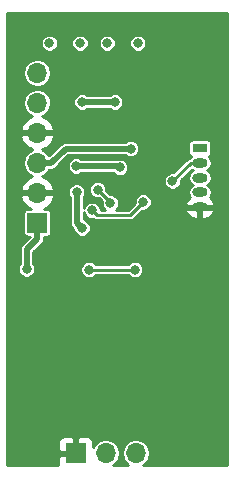
<source format=gbr>
G04 #@! TF.GenerationSoftware,KiCad,Pcbnew,5.0.0-rc2-be01b52~65~ubuntu17.10.1*
G04 #@! TF.CreationDate,2018-07-06T13:28:39-04:00*
G04 #@! TF.ProjectId,pmtcmini-h10770,706D74636D696E692D6831303737302E,rev?*
G04 #@! TF.SameCoordinates,Original*
G04 #@! TF.FileFunction,Copper,L2,Bot,Signal*
G04 #@! TF.FilePolarity,Positive*
%FSLAX46Y46*%
G04 Gerber Fmt 4.6, Leading zero omitted, Abs format (unit mm)*
G04 Created by KiCad (PCBNEW 5.0.0-rc2-be01b52~65~ubuntu17.10.1) date Fri Jul  6 13:28:39 2018*
%MOMM*%
%LPD*%
G01*
G04 APERTURE LIST*
G04 #@! TA.AperFunction,SMDPad,CuDef*
%ADD10O,1.700000X1.700000*%
G04 #@! TD*
G04 #@! TA.AperFunction,SMDPad,CuDef*
%ADD11R,1.700000X1.700000*%
G04 #@! TD*
G04 #@! TA.AperFunction,ComponentPad*
%ADD12O,1.300000X0.800000*%
G04 #@! TD*
G04 #@! TA.AperFunction,ComponentPad*
%ADD13R,1.300000X0.800000*%
G04 #@! TD*
G04 #@! TA.AperFunction,ComponentPad*
%ADD14O,1.700000X1.700000*%
G04 #@! TD*
G04 #@! TA.AperFunction,ComponentPad*
%ADD15R,1.700000X1.700000*%
G04 #@! TD*
G04 #@! TA.AperFunction,ViaPad*
%ADD16C,0.800000*%
G04 #@! TD*
G04 #@! TA.AperFunction,Conductor*
%ADD17C,0.500000*%
G04 #@! TD*
G04 #@! TA.AperFunction,Conductor*
%ADD18C,0.250000*%
G04 #@! TD*
G04 #@! TA.AperFunction,Conductor*
%ADD19C,0.254000*%
G04 #@! TD*
G04 APERTURE END LIST*
D10*
G04 #@! TO.P,J4,4*
G04 #@! TO.N,GND*
X127680000Y-64156000D03*
G04 #@! TO.P,J4,5*
G04 #@! TO.N,Net-(J4-Pad5)*
X127680000Y-61616000D03*
G04 #@! TO.P,J4,2*
G04 #@! TO.N,GND*
X127680000Y-69236000D03*
D11*
G04 #@! TO.P,J4,1*
G04 #@! TO.N,VBUS*
X127680000Y-71776000D03*
D10*
G04 #@! TO.P,J4,3*
G04 #@! TO.N,/V+*
X127680000Y-66696000D03*
G04 #@! TO.P,J4,6*
G04 #@! TO.N,Net-(J4-Pad6)*
X127680000Y-59076000D03*
G04 #@! TD*
D12*
G04 #@! TO.P,J2,5*
G04 #@! TO.N,GND*
X141450000Y-70450000D03*
G04 #@! TO.P,J2,4*
G04 #@! TO.N,/RESET*
X141450000Y-69200000D03*
G04 #@! TO.P,J2,3*
G04 #@! TO.N,/SWCLK*
X141450000Y-67950000D03*
G04 #@! TO.P,J2,2*
G04 #@! TO.N,/SWDIO*
X141450000Y-66700000D03*
D13*
G04 #@! TO.P,J2,1*
G04 #@! TO.N,+3V3*
X141450000Y-65450000D03*
G04 #@! TD*
D14*
G04 #@! TO.P,J1,3*
G04 #@! TO.N,/PMT_VDD*
X136030000Y-91300000D03*
G04 #@! TO.P,J1,2*
G04 #@! TO.N,Net-(C11-Pad1)*
X133490000Y-91300000D03*
D15*
G04 #@! TO.P,J1,1*
G04 #@! TO.N,GND*
X130950000Y-91300000D03*
G04 #@! TD*
D16*
G04 #@! TO.N,*
X128700000Y-56575000D03*
X131300000Y-56575000D03*
X133600000Y-56575000D03*
X136200000Y-56575000D03*
G04 #@! TO.N,+3V3*
X131475000Y-61550000D03*
X134250000Y-61550000D03*
G04 #@! TO.N,Net-(R4-Pad1)*
X133875000Y-70089597D03*
X132800000Y-68975000D03*
G04 #@! TO.N,+3V3*
X131475000Y-72225000D03*
X131025000Y-69175000D03*
X130975000Y-66975000D03*
X134675000Y-67100000D03*
G04 #@! TO.N,GND*
X140900000Y-88600000D03*
X143050000Y-55350000D03*
X130900000Y-87300000D03*
X139300000Y-70650000D03*
X129600000Y-63700000D03*
X135900000Y-63650000D03*
X130100000Y-59950000D03*
X129400000Y-76325000D03*
X142150000Y-63275000D03*
X135350000Y-85450000D03*
X136550000Y-79200000D03*
X130200000Y-85775000D03*
G04 #@! TO.N,/SWDIO*
X139125000Y-68250000D03*
G04 #@! TO.N,/RESET*
X132325000Y-70725000D03*
X136650000Y-70025000D03*
G04 #@! TO.N,/PMT_EN*
X132050000Y-75750000D03*
X135950000Y-75750000D03*
G04 #@! TO.N,GND*
X126225000Y-70275000D03*
X137400000Y-62475000D03*
X133425000Y-72050000D03*
G04 #@! TO.N,VBUS*
X126775000Y-75710000D03*
G04 #@! TO.N,Net-(J4-Pad6)*
X127680000Y-59076000D03*
G04 #@! TO.N,/V+*
X135600000Y-65500000D03*
G04 #@! TO.N,Net-(J4-Pad5)*
X127680000Y-61616000D03*
G04 #@! TD*
D17*
G04 #@! TO.N,*
X131475000Y-61550000D02*
X134250000Y-61550000D01*
D18*
G04 #@! TO.N,Net-(R4-Pad1)*
X133875000Y-70089597D02*
X133875000Y-70050000D01*
X133875000Y-70050000D02*
X132800000Y-68975000D01*
D17*
G04 #@! TO.N,+3V3*
X134550000Y-66975000D02*
X134675000Y-67100000D01*
X130975000Y-66975000D02*
X134550000Y-66975000D01*
X131025000Y-71775000D02*
X131475000Y-72225000D01*
X131025000Y-69175000D02*
X131025000Y-71775000D01*
D18*
G04 #@! TO.N,/SWDIO*
X140750000Y-66700000D02*
X141450000Y-66700000D01*
X140675000Y-66700000D02*
X140750000Y-66700000D01*
X139125000Y-68250000D02*
X140675000Y-66700000D01*
G04 #@! TO.N,/RESET*
X141450000Y-69200000D02*
X141200000Y-69200000D01*
X135550001Y-71124999D02*
X136650000Y-70025000D01*
X132325000Y-70725000D02*
X132724999Y-71124999D01*
X132724999Y-71124999D02*
X135550001Y-71124999D01*
G04 #@! TO.N,/PMT_EN*
X132050000Y-75750000D02*
X135950000Y-75750000D01*
D17*
G04 #@! TO.N,VBUS*
X127680000Y-73126000D02*
X126775000Y-74031000D01*
X127680000Y-71776000D02*
X127680000Y-73126000D01*
X126775000Y-74031000D02*
X126775000Y-75710000D01*
G04 #@! TO.N,/V+*
X128882081Y-66696000D02*
X130078081Y-65500000D01*
X127680000Y-66696000D02*
X128882081Y-66696000D01*
X130078081Y-65500000D02*
X135600000Y-65500000D01*
G04 #@! TD*
D19*
G04 #@! TO.N,GND*
G36*
X143748001Y-92298000D02*
X136654930Y-92298000D01*
X136878569Y-92148569D01*
X137138709Y-91759242D01*
X137230058Y-91300000D01*
X137138709Y-90840758D01*
X136878569Y-90451431D01*
X136489242Y-90191291D01*
X136145920Y-90123000D01*
X135914080Y-90123000D01*
X135570758Y-90191291D01*
X135181431Y-90451431D01*
X134921291Y-90840758D01*
X134829942Y-91300000D01*
X134921291Y-91759242D01*
X135181431Y-92148569D01*
X135405070Y-92298000D01*
X134114930Y-92298000D01*
X134338569Y-92148569D01*
X134598709Y-91759242D01*
X134690058Y-91300000D01*
X134598709Y-90840758D01*
X134338569Y-90451431D01*
X133949242Y-90191291D01*
X133605920Y-90123000D01*
X133374080Y-90123000D01*
X133030758Y-90191291D01*
X132641431Y-90451431D01*
X132435000Y-90760377D01*
X132435000Y-90323691D01*
X132338327Y-90090302D01*
X132159699Y-89911673D01*
X131926310Y-89815000D01*
X131235750Y-89815000D01*
X131077000Y-89973750D01*
X131077000Y-91173000D01*
X131097000Y-91173000D01*
X131097000Y-91427000D01*
X131077000Y-91427000D01*
X131077000Y-91447000D01*
X130823000Y-91447000D01*
X130823000Y-91427000D01*
X129623750Y-91427000D01*
X129465000Y-91585750D01*
X129465000Y-92276309D01*
X129473985Y-92298000D01*
X125127000Y-92298000D01*
X125127000Y-90323691D01*
X129465000Y-90323691D01*
X129465000Y-91014250D01*
X129623750Y-91173000D01*
X130823000Y-91173000D01*
X130823000Y-89973750D01*
X130664250Y-89815000D01*
X129973690Y-89815000D01*
X129740301Y-89911673D01*
X129561673Y-90090302D01*
X129465000Y-90323691D01*
X125127000Y-90323691D01*
X125127000Y-75565391D01*
X126048000Y-75565391D01*
X126048000Y-75854609D01*
X126158679Y-76121813D01*
X126363187Y-76326321D01*
X126630391Y-76437000D01*
X126919609Y-76437000D01*
X127186813Y-76326321D01*
X127391321Y-76121813D01*
X127502000Y-75854609D01*
X127502000Y-75605391D01*
X131323000Y-75605391D01*
X131323000Y-75894609D01*
X131433679Y-76161813D01*
X131638187Y-76366321D01*
X131905391Y-76477000D01*
X132194609Y-76477000D01*
X132461813Y-76366321D01*
X132626134Y-76202000D01*
X135373866Y-76202000D01*
X135538187Y-76366321D01*
X135805391Y-76477000D01*
X136094609Y-76477000D01*
X136361813Y-76366321D01*
X136566321Y-76161813D01*
X136677000Y-75894609D01*
X136677000Y-75605391D01*
X136566321Y-75338187D01*
X136361813Y-75133679D01*
X136094609Y-75023000D01*
X135805391Y-75023000D01*
X135538187Y-75133679D01*
X135373866Y-75298000D01*
X132626134Y-75298000D01*
X132461813Y-75133679D01*
X132194609Y-75023000D01*
X131905391Y-75023000D01*
X131638187Y-75133679D01*
X131433679Y-75338187D01*
X131323000Y-75605391D01*
X127502000Y-75605391D01*
X127502000Y-75565391D01*
X127391321Y-75298187D01*
X127352000Y-75258866D01*
X127352000Y-74270000D01*
X128047815Y-73574186D01*
X128095994Y-73541994D01*
X128223522Y-73351134D01*
X128257000Y-73182829D01*
X128268304Y-73126001D01*
X128257000Y-73069173D01*
X128257000Y-72959406D01*
X128530000Y-72959406D01*
X128657589Y-72934027D01*
X128765754Y-72861754D01*
X128838027Y-72753589D01*
X128863406Y-72626000D01*
X128863406Y-70926000D01*
X128838027Y-70798411D01*
X128765754Y-70690246D01*
X128657589Y-70617973D01*
X128530000Y-70592594D01*
X128217657Y-70592594D01*
X128561358Y-70431183D01*
X128951645Y-70002924D01*
X129121476Y-69592890D01*
X129000155Y-69363000D01*
X127807000Y-69363000D01*
X127807000Y-69383000D01*
X127553000Y-69383000D01*
X127553000Y-69363000D01*
X126359845Y-69363000D01*
X126238524Y-69592890D01*
X126408355Y-70002924D01*
X126798642Y-70431183D01*
X127142343Y-70592594D01*
X126830000Y-70592594D01*
X126702411Y-70617973D01*
X126594246Y-70690246D01*
X126521973Y-70798411D01*
X126496594Y-70926000D01*
X126496594Y-72626000D01*
X126521973Y-72753589D01*
X126594246Y-72861754D01*
X126702411Y-72934027D01*
X126830000Y-72959406D01*
X127030593Y-72959406D01*
X126407188Y-73582812D01*
X126359006Y-73615006D01*
X126231478Y-73805867D01*
X126198000Y-73974171D01*
X126186696Y-74031000D01*
X126198000Y-74087828D01*
X126198001Y-75258865D01*
X126158679Y-75298187D01*
X126048000Y-75565391D01*
X125127000Y-75565391D01*
X125127000Y-64512890D01*
X126238524Y-64512890D01*
X126408355Y-64922924D01*
X126798642Y-65351183D01*
X127277406Y-65576023D01*
X127220758Y-65587291D01*
X126831431Y-65847431D01*
X126571291Y-66236758D01*
X126479942Y-66696000D01*
X126571291Y-67155242D01*
X126831431Y-67544569D01*
X127220758Y-67804709D01*
X127277406Y-67815977D01*
X126798642Y-68040817D01*
X126408355Y-68469076D01*
X126238524Y-68879110D01*
X126359845Y-69109000D01*
X127553000Y-69109000D01*
X127553000Y-69089000D01*
X127807000Y-69089000D01*
X127807000Y-69109000D01*
X129000155Y-69109000D01*
X129041639Y-69030391D01*
X130298000Y-69030391D01*
X130298000Y-69319609D01*
X130408679Y-69586813D01*
X130448000Y-69626134D01*
X130448001Y-71718167D01*
X130436696Y-71775000D01*
X130453044Y-71857183D01*
X130481479Y-72000134D01*
X130609007Y-72190994D01*
X130657186Y-72223186D01*
X130748000Y-72314000D01*
X130748000Y-72369609D01*
X130858679Y-72636813D01*
X131063187Y-72841321D01*
X131330391Y-72952000D01*
X131619609Y-72952000D01*
X131886813Y-72841321D01*
X132091321Y-72636813D01*
X132202000Y-72369609D01*
X132202000Y-72080391D01*
X132091321Y-71813187D01*
X131886813Y-71608679D01*
X131619609Y-71498000D01*
X131602000Y-71498000D01*
X131602000Y-70879266D01*
X131708679Y-71136813D01*
X131913187Y-71341321D01*
X132180391Y-71452000D01*
X132400812Y-71452000D01*
X132436865Y-71476090D01*
X132548637Y-71550774D01*
X132724998Y-71585854D01*
X132769516Y-71576999D01*
X135505483Y-71576999D01*
X135550001Y-71585854D01*
X135594519Y-71576999D01*
X135726363Y-71550774D01*
X135875875Y-71450873D01*
X135901094Y-71413130D01*
X136562224Y-70752000D01*
X136794609Y-70752000D01*
X136832939Y-70736123D01*
X140205334Y-70736123D01*
X140215013Y-70812969D01*
X140428893Y-71162278D01*
X140760167Y-71403149D01*
X141158402Y-71498912D01*
X141323000Y-71333756D01*
X141323000Y-70577000D01*
X141577000Y-70577000D01*
X141577000Y-71333756D01*
X141741598Y-71498912D01*
X142139833Y-71403149D01*
X142471107Y-71162278D01*
X142684987Y-70812969D01*
X142694666Y-70736123D01*
X142566998Y-70577000D01*
X141577000Y-70577000D01*
X141323000Y-70577000D01*
X140333002Y-70577000D01*
X140205334Y-70736123D01*
X136832939Y-70736123D01*
X137061813Y-70641321D01*
X137266321Y-70436813D01*
X137377000Y-70169609D01*
X137377000Y-69880391D01*
X137266321Y-69613187D01*
X137061813Y-69408679D01*
X136794609Y-69298000D01*
X136505391Y-69298000D01*
X136238187Y-69408679D01*
X136033679Y-69613187D01*
X135923000Y-69880391D01*
X135923000Y-70112776D01*
X135362777Y-70672999D01*
X134319732Y-70672999D01*
X134491321Y-70501410D01*
X134602000Y-70234206D01*
X134602000Y-69944988D01*
X134491321Y-69677784D01*
X134286813Y-69473276D01*
X134019609Y-69362597D01*
X133826821Y-69362597D01*
X133527000Y-69062776D01*
X133527000Y-68830391D01*
X133416321Y-68563187D01*
X133211813Y-68358679D01*
X132944609Y-68248000D01*
X132655391Y-68248000D01*
X132388187Y-68358679D01*
X132183679Y-68563187D01*
X132073000Y-68830391D01*
X132073000Y-69119609D01*
X132183679Y-69386813D01*
X132388187Y-69591321D01*
X132655391Y-69702000D01*
X132887776Y-69702000D01*
X133148000Y-69962224D01*
X133148000Y-70234206D01*
X133258679Y-70501410D01*
X133430268Y-70672999D01*
X133052000Y-70672999D01*
X133052000Y-70580391D01*
X132941321Y-70313187D01*
X132736813Y-70108679D01*
X132469609Y-69998000D01*
X132180391Y-69998000D01*
X131913187Y-70108679D01*
X131708679Y-70313187D01*
X131602000Y-70570734D01*
X131602000Y-69626134D01*
X131641321Y-69586813D01*
X131752000Y-69319609D01*
X131752000Y-69030391D01*
X131641321Y-68763187D01*
X131436813Y-68558679D01*
X131169609Y-68448000D01*
X130880391Y-68448000D01*
X130613187Y-68558679D01*
X130408679Y-68763187D01*
X130298000Y-69030391D01*
X129041639Y-69030391D01*
X129121476Y-68879110D01*
X128951645Y-68469076D01*
X128620207Y-68105391D01*
X138398000Y-68105391D01*
X138398000Y-68394609D01*
X138508679Y-68661813D01*
X138713187Y-68866321D01*
X138980391Y-68977000D01*
X139269609Y-68977000D01*
X139536813Y-68866321D01*
X139741321Y-68661813D01*
X139852000Y-68394609D01*
X139852000Y-68162224D01*
X140744336Y-67269889D01*
X140826815Y-67325000D01*
X140675863Y-67425863D01*
X140515182Y-67666339D01*
X140458758Y-67950000D01*
X140515182Y-68233661D01*
X140675863Y-68474137D01*
X140826815Y-68575000D01*
X140675863Y-68675863D01*
X140515182Y-68916339D01*
X140458758Y-69200000D01*
X140515182Y-69483661D01*
X140601218Y-69612423D01*
X140428893Y-69737722D01*
X140215013Y-70087031D01*
X140205334Y-70163877D01*
X140333002Y-70323000D01*
X141323000Y-70323000D01*
X141323000Y-70303000D01*
X141577000Y-70303000D01*
X141577000Y-70323000D01*
X142566998Y-70323000D01*
X142694666Y-70163877D01*
X142684987Y-70087031D01*
X142471107Y-69737722D01*
X142298782Y-69612423D01*
X142384818Y-69483661D01*
X142441242Y-69200000D01*
X142384818Y-68916339D01*
X142224137Y-68675863D01*
X142073185Y-68575000D01*
X142224137Y-68474137D01*
X142384818Y-68233661D01*
X142441242Y-67950000D01*
X142384818Y-67666339D01*
X142224137Y-67425863D01*
X142073185Y-67325000D01*
X142224137Y-67224137D01*
X142384818Y-66983661D01*
X142441242Y-66700000D01*
X142384818Y-66416339D01*
X142224137Y-66175863D01*
X142204359Y-66162648D01*
X142227589Y-66158027D01*
X142335754Y-66085754D01*
X142408027Y-65977589D01*
X142433406Y-65850000D01*
X142433406Y-65050000D01*
X142408027Y-64922411D01*
X142335754Y-64814246D01*
X142227589Y-64741973D01*
X142100000Y-64716594D01*
X140800000Y-64716594D01*
X140672411Y-64741973D01*
X140564246Y-64814246D01*
X140491973Y-64922411D01*
X140466594Y-65050000D01*
X140466594Y-65850000D01*
X140491973Y-65977589D01*
X140564246Y-66085754D01*
X140672411Y-66158027D01*
X140695641Y-66162648D01*
X140675863Y-66175863D01*
X140627231Y-66248647D01*
X140498638Y-66274225D01*
X140349126Y-66374126D01*
X140323909Y-66411867D01*
X139212776Y-67523000D01*
X138980391Y-67523000D01*
X138713187Y-67633679D01*
X138508679Y-67838187D01*
X138398000Y-68105391D01*
X128620207Y-68105391D01*
X128561358Y-68040817D01*
X128082594Y-67815977D01*
X128139242Y-67804709D01*
X128528569Y-67544569D01*
X128710026Y-67273000D01*
X128825253Y-67273000D01*
X128882081Y-67284304D01*
X128938909Y-67273000D01*
X128938910Y-67273000D01*
X129107215Y-67239522D01*
X129298075Y-67111994D01*
X129330269Y-67063812D01*
X129563690Y-66830391D01*
X130248000Y-66830391D01*
X130248000Y-67119609D01*
X130358679Y-67386813D01*
X130563187Y-67591321D01*
X130830391Y-67702000D01*
X131119609Y-67702000D01*
X131386813Y-67591321D01*
X131426134Y-67552000D01*
X134098866Y-67552000D01*
X134263187Y-67716321D01*
X134530391Y-67827000D01*
X134819609Y-67827000D01*
X135086813Y-67716321D01*
X135291321Y-67511813D01*
X135402000Y-67244609D01*
X135402000Y-66955391D01*
X135291321Y-66688187D01*
X135086813Y-66483679D01*
X134819609Y-66373000D01*
X134530391Y-66373000D01*
X134470035Y-66398000D01*
X131426134Y-66398000D01*
X131386813Y-66358679D01*
X131119609Y-66248000D01*
X130830391Y-66248000D01*
X130563187Y-66358679D01*
X130358679Y-66563187D01*
X130248000Y-66830391D01*
X129563690Y-66830391D01*
X130317082Y-66077000D01*
X135148866Y-66077000D01*
X135188187Y-66116321D01*
X135455391Y-66227000D01*
X135744609Y-66227000D01*
X136011813Y-66116321D01*
X136216321Y-65911813D01*
X136327000Y-65644609D01*
X136327000Y-65355391D01*
X136216321Y-65088187D01*
X136011813Y-64883679D01*
X135744609Y-64773000D01*
X135455391Y-64773000D01*
X135188187Y-64883679D01*
X135148866Y-64923000D01*
X130134908Y-64923000D01*
X130078080Y-64911696D01*
X130021252Y-64923000D01*
X129852947Y-64956478D01*
X129662087Y-65084006D01*
X129629895Y-65132185D01*
X128683211Y-66078870D01*
X128528569Y-65847431D01*
X128139242Y-65587291D01*
X128082594Y-65576023D01*
X128561358Y-65351183D01*
X128951645Y-64922924D01*
X129121476Y-64512890D01*
X129000155Y-64283000D01*
X127807000Y-64283000D01*
X127807000Y-64303000D01*
X127553000Y-64303000D01*
X127553000Y-64283000D01*
X126359845Y-64283000D01*
X126238524Y-64512890D01*
X125127000Y-64512890D01*
X125127000Y-63799110D01*
X126238524Y-63799110D01*
X126359845Y-64029000D01*
X127553000Y-64029000D01*
X127553000Y-64009000D01*
X127807000Y-64009000D01*
X127807000Y-64029000D01*
X129000155Y-64029000D01*
X129121476Y-63799110D01*
X128951645Y-63389076D01*
X128561358Y-62960817D01*
X128082594Y-62735977D01*
X128139242Y-62724709D01*
X128528569Y-62464569D01*
X128788709Y-62075242D01*
X128880058Y-61616000D01*
X128838166Y-61405391D01*
X130748000Y-61405391D01*
X130748000Y-61694609D01*
X130858679Y-61961813D01*
X131063187Y-62166321D01*
X131330391Y-62277000D01*
X131619609Y-62277000D01*
X131886813Y-62166321D01*
X131926134Y-62127000D01*
X133798866Y-62127000D01*
X133838187Y-62166321D01*
X134105391Y-62277000D01*
X134394609Y-62277000D01*
X134661813Y-62166321D01*
X134866321Y-61961813D01*
X134977000Y-61694609D01*
X134977000Y-61405391D01*
X134866321Y-61138187D01*
X134661813Y-60933679D01*
X134394609Y-60823000D01*
X134105391Y-60823000D01*
X133838187Y-60933679D01*
X133798866Y-60973000D01*
X131926134Y-60973000D01*
X131886813Y-60933679D01*
X131619609Y-60823000D01*
X131330391Y-60823000D01*
X131063187Y-60933679D01*
X130858679Y-61138187D01*
X130748000Y-61405391D01*
X128838166Y-61405391D01*
X128788709Y-61156758D01*
X128528569Y-60767431D01*
X128139242Y-60507291D01*
X127795920Y-60439000D01*
X127564080Y-60439000D01*
X127220758Y-60507291D01*
X126831431Y-60767431D01*
X126571291Y-61156758D01*
X126479942Y-61616000D01*
X126571291Y-62075242D01*
X126831431Y-62464569D01*
X127220758Y-62724709D01*
X127277406Y-62735977D01*
X126798642Y-62960817D01*
X126408355Y-63389076D01*
X126238524Y-63799110D01*
X125127000Y-63799110D01*
X125127000Y-59076000D01*
X126479942Y-59076000D01*
X126571291Y-59535242D01*
X126831431Y-59924569D01*
X127220758Y-60184709D01*
X127564080Y-60253000D01*
X127795920Y-60253000D01*
X128139242Y-60184709D01*
X128528569Y-59924569D01*
X128788709Y-59535242D01*
X128880058Y-59076000D01*
X128788709Y-58616758D01*
X128528569Y-58227431D01*
X128139242Y-57967291D01*
X127795920Y-57899000D01*
X127564080Y-57899000D01*
X127220758Y-57967291D01*
X126831431Y-58227431D01*
X126571291Y-58616758D01*
X126479942Y-59076000D01*
X125127000Y-59076000D01*
X125127000Y-56430391D01*
X127973000Y-56430391D01*
X127973000Y-56719609D01*
X128083679Y-56986813D01*
X128288187Y-57191321D01*
X128555391Y-57302000D01*
X128844609Y-57302000D01*
X129111813Y-57191321D01*
X129316321Y-56986813D01*
X129427000Y-56719609D01*
X129427000Y-56430391D01*
X130573000Y-56430391D01*
X130573000Y-56719609D01*
X130683679Y-56986813D01*
X130888187Y-57191321D01*
X131155391Y-57302000D01*
X131444609Y-57302000D01*
X131711813Y-57191321D01*
X131916321Y-56986813D01*
X132027000Y-56719609D01*
X132027000Y-56430391D01*
X132873000Y-56430391D01*
X132873000Y-56719609D01*
X132983679Y-56986813D01*
X133188187Y-57191321D01*
X133455391Y-57302000D01*
X133744609Y-57302000D01*
X134011813Y-57191321D01*
X134216321Y-56986813D01*
X134327000Y-56719609D01*
X134327000Y-56430391D01*
X135473000Y-56430391D01*
X135473000Y-56719609D01*
X135583679Y-56986813D01*
X135788187Y-57191321D01*
X136055391Y-57302000D01*
X136344609Y-57302000D01*
X136611813Y-57191321D01*
X136816321Y-56986813D01*
X136927000Y-56719609D01*
X136927000Y-56430391D01*
X136816321Y-56163187D01*
X136611813Y-55958679D01*
X136344609Y-55848000D01*
X136055391Y-55848000D01*
X135788187Y-55958679D01*
X135583679Y-56163187D01*
X135473000Y-56430391D01*
X134327000Y-56430391D01*
X134216321Y-56163187D01*
X134011813Y-55958679D01*
X133744609Y-55848000D01*
X133455391Y-55848000D01*
X133188187Y-55958679D01*
X132983679Y-56163187D01*
X132873000Y-56430391D01*
X132027000Y-56430391D01*
X131916321Y-56163187D01*
X131711813Y-55958679D01*
X131444609Y-55848000D01*
X131155391Y-55848000D01*
X130888187Y-55958679D01*
X130683679Y-56163187D01*
X130573000Y-56430391D01*
X129427000Y-56430391D01*
X129316321Y-56163187D01*
X129111813Y-55958679D01*
X128844609Y-55848000D01*
X128555391Y-55848000D01*
X128288187Y-55958679D01*
X128083679Y-56163187D01*
X127973000Y-56430391D01*
X125127000Y-56430391D01*
X125127000Y-54002000D01*
X143748000Y-54002000D01*
X143748001Y-92298000D01*
X143748001Y-92298000D01*
G37*
X143748001Y-92298000D02*
X136654930Y-92298000D01*
X136878569Y-92148569D01*
X137138709Y-91759242D01*
X137230058Y-91300000D01*
X137138709Y-90840758D01*
X136878569Y-90451431D01*
X136489242Y-90191291D01*
X136145920Y-90123000D01*
X135914080Y-90123000D01*
X135570758Y-90191291D01*
X135181431Y-90451431D01*
X134921291Y-90840758D01*
X134829942Y-91300000D01*
X134921291Y-91759242D01*
X135181431Y-92148569D01*
X135405070Y-92298000D01*
X134114930Y-92298000D01*
X134338569Y-92148569D01*
X134598709Y-91759242D01*
X134690058Y-91300000D01*
X134598709Y-90840758D01*
X134338569Y-90451431D01*
X133949242Y-90191291D01*
X133605920Y-90123000D01*
X133374080Y-90123000D01*
X133030758Y-90191291D01*
X132641431Y-90451431D01*
X132435000Y-90760377D01*
X132435000Y-90323691D01*
X132338327Y-90090302D01*
X132159699Y-89911673D01*
X131926310Y-89815000D01*
X131235750Y-89815000D01*
X131077000Y-89973750D01*
X131077000Y-91173000D01*
X131097000Y-91173000D01*
X131097000Y-91427000D01*
X131077000Y-91427000D01*
X131077000Y-91447000D01*
X130823000Y-91447000D01*
X130823000Y-91427000D01*
X129623750Y-91427000D01*
X129465000Y-91585750D01*
X129465000Y-92276309D01*
X129473985Y-92298000D01*
X125127000Y-92298000D01*
X125127000Y-90323691D01*
X129465000Y-90323691D01*
X129465000Y-91014250D01*
X129623750Y-91173000D01*
X130823000Y-91173000D01*
X130823000Y-89973750D01*
X130664250Y-89815000D01*
X129973690Y-89815000D01*
X129740301Y-89911673D01*
X129561673Y-90090302D01*
X129465000Y-90323691D01*
X125127000Y-90323691D01*
X125127000Y-75565391D01*
X126048000Y-75565391D01*
X126048000Y-75854609D01*
X126158679Y-76121813D01*
X126363187Y-76326321D01*
X126630391Y-76437000D01*
X126919609Y-76437000D01*
X127186813Y-76326321D01*
X127391321Y-76121813D01*
X127502000Y-75854609D01*
X127502000Y-75605391D01*
X131323000Y-75605391D01*
X131323000Y-75894609D01*
X131433679Y-76161813D01*
X131638187Y-76366321D01*
X131905391Y-76477000D01*
X132194609Y-76477000D01*
X132461813Y-76366321D01*
X132626134Y-76202000D01*
X135373866Y-76202000D01*
X135538187Y-76366321D01*
X135805391Y-76477000D01*
X136094609Y-76477000D01*
X136361813Y-76366321D01*
X136566321Y-76161813D01*
X136677000Y-75894609D01*
X136677000Y-75605391D01*
X136566321Y-75338187D01*
X136361813Y-75133679D01*
X136094609Y-75023000D01*
X135805391Y-75023000D01*
X135538187Y-75133679D01*
X135373866Y-75298000D01*
X132626134Y-75298000D01*
X132461813Y-75133679D01*
X132194609Y-75023000D01*
X131905391Y-75023000D01*
X131638187Y-75133679D01*
X131433679Y-75338187D01*
X131323000Y-75605391D01*
X127502000Y-75605391D01*
X127502000Y-75565391D01*
X127391321Y-75298187D01*
X127352000Y-75258866D01*
X127352000Y-74270000D01*
X128047815Y-73574186D01*
X128095994Y-73541994D01*
X128223522Y-73351134D01*
X128257000Y-73182829D01*
X128268304Y-73126001D01*
X128257000Y-73069173D01*
X128257000Y-72959406D01*
X128530000Y-72959406D01*
X128657589Y-72934027D01*
X128765754Y-72861754D01*
X128838027Y-72753589D01*
X128863406Y-72626000D01*
X128863406Y-70926000D01*
X128838027Y-70798411D01*
X128765754Y-70690246D01*
X128657589Y-70617973D01*
X128530000Y-70592594D01*
X128217657Y-70592594D01*
X128561358Y-70431183D01*
X128951645Y-70002924D01*
X129121476Y-69592890D01*
X129000155Y-69363000D01*
X127807000Y-69363000D01*
X127807000Y-69383000D01*
X127553000Y-69383000D01*
X127553000Y-69363000D01*
X126359845Y-69363000D01*
X126238524Y-69592890D01*
X126408355Y-70002924D01*
X126798642Y-70431183D01*
X127142343Y-70592594D01*
X126830000Y-70592594D01*
X126702411Y-70617973D01*
X126594246Y-70690246D01*
X126521973Y-70798411D01*
X126496594Y-70926000D01*
X126496594Y-72626000D01*
X126521973Y-72753589D01*
X126594246Y-72861754D01*
X126702411Y-72934027D01*
X126830000Y-72959406D01*
X127030593Y-72959406D01*
X126407188Y-73582812D01*
X126359006Y-73615006D01*
X126231478Y-73805867D01*
X126198000Y-73974171D01*
X126186696Y-74031000D01*
X126198000Y-74087828D01*
X126198001Y-75258865D01*
X126158679Y-75298187D01*
X126048000Y-75565391D01*
X125127000Y-75565391D01*
X125127000Y-64512890D01*
X126238524Y-64512890D01*
X126408355Y-64922924D01*
X126798642Y-65351183D01*
X127277406Y-65576023D01*
X127220758Y-65587291D01*
X126831431Y-65847431D01*
X126571291Y-66236758D01*
X126479942Y-66696000D01*
X126571291Y-67155242D01*
X126831431Y-67544569D01*
X127220758Y-67804709D01*
X127277406Y-67815977D01*
X126798642Y-68040817D01*
X126408355Y-68469076D01*
X126238524Y-68879110D01*
X126359845Y-69109000D01*
X127553000Y-69109000D01*
X127553000Y-69089000D01*
X127807000Y-69089000D01*
X127807000Y-69109000D01*
X129000155Y-69109000D01*
X129041639Y-69030391D01*
X130298000Y-69030391D01*
X130298000Y-69319609D01*
X130408679Y-69586813D01*
X130448000Y-69626134D01*
X130448001Y-71718167D01*
X130436696Y-71775000D01*
X130453044Y-71857183D01*
X130481479Y-72000134D01*
X130609007Y-72190994D01*
X130657186Y-72223186D01*
X130748000Y-72314000D01*
X130748000Y-72369609D01*
X130858679Y-72636813D01*
X131063187Y-72841321D01*
X131330391Y-72952000D01*
X131619609Y-72952000D01*
X131886813Y-72841321D01*
X132091321Y-72636813D01*
X132202000Y-72369609D01*
X132202000Y-72080391D01*
X132091321Y-71813187D01*
X131886813Y-71608679D01*
X131619609Y-71498000D01*
X131602000Y-71498000D01*
X131602000Y-70879266D01*
X131708679Y-71136813D01*
X131913187Y-71341321D01*
X132180391Y-71452000D01*
X132400812Y-71452000D01*
X132436865Y-71476090D01*
X132548637Y-71550774D01*
X132724998Y-71585854D01*
X132769516Y-71576999D01*
X135505483Y-71576999D01*
X135550001Y-71585854D01*
X135594519Y-71576999D01*
X135726363Y-71550774D01*
X135875875Y-71450873D01*
X135901094Y-71413130D01*
X136562224Y-70752000D01*
X136794609Y-70752000D01*
X136832939Y-70736123D01*
X140205334Y-70736123D01*
X140215013Y-70812969D01*
X140428893Y-71162278D01*
X140760167Y-71403149D01*
X141158402Y-71498912D01*
X141323000Y-71333756D01*
X141323000Y-70577000D01*
X141577000Y-70577000D01*
X141577000Y-71333756D01*
X141741598Y-71498912D01*
X142139833Y-71403149D01*
X142471107Y-71162278D01*
X142684987Y-70812969D01*
X142694666Y-70736123D01*
X142566998Y-70577000D01*
X141577000Y-70577000D01*
X141323000Y-70577000D01*
X140333002Y-70577000D01*
X140205334Y-70736123D01*
X136832939Y-70736123D01*
X137061813Y-70641321D01*
X137266321Y-70436813D01*
X137377000Y-70169609D01*
X137377000Y-69880391D01*
X137266321Y-69613187D01*
X137061813Y-69408679D01*
X136794609Y-69298000D01*
X136505391Y-69298000D01*
X136238187Y-69408679D01*
X136033679Y-69613187D01*
X135923000Y-69880391D01*
X135923000Y-70112776D01*
X135362777Y-70672999D01*
X134319732Y-70672999D01*
X134491321Y-70501410D01*
X134602000Y-70234206D01*
X134602000Y-69944988D01*
X134491321Y-69677784D01*
X134286813Y-69473276D01*
X134019609Y-69362597D01*
X133826821Y-69362597D01*
X133527000Y-69062776D01*
X133527000Y-68830391D01*
X133416321Y-68563187D01*
X133211813Y-68358679D01*
X132944609Y-68248000D01*
X132655391Y-68248000D01*
X132388187Y-68358679D01*
X132183679Y-68563187D01*
X132073000Y-68830391D01*
X132073000Y-69119609D01*
X132183679Y-69386813D01*
X132388187Y-69591321D01*
X132655391Y-69702000D01*
X132887776Y-69702000D01*
X133148000Y-69962224D01*
X133148000Y-70234206D01*
X133258679Y-70501410D01*
X133430268Y-70672999D01*
X133052000Y-70672999D01*
X133052000Y-70580391D01*
X132941321Y-70313187D01*
X132736813Y-70108679D01*
X132469609Y-69998000D01*
X132180391Y-69998000D01*
X131913187Y-70108679D01*
X131708679Y-70313187D01*
X131602000Y-70570734D01*
X131602000Y-69626134D01*
X131641321Y-69586813D01*
X131752000Y-69319609D01*
X131752000Y-69030391D01*
X131641321Y-68763187D01*
X131436813Y-68558679D01*
X131169609Y-68448000D01*
X130880391Y-68448000D01*
X130613187Y-68558679D01*
X130408679Y-68763187D01*
X130298000Y-69030391D01*
X129041639Y-69030391D01*
X129121476Y-68879110D01*
X128951645Y-68469076D01*
X128620207Y-68105391D01*
X138398000Y-68105391D01*
X138398000Y-68394609D01*
X138508679Y-68661813D01*
X138713187Y-68866321D01*
X138980391Y-68977000D01*
X139269609Y-68977000D01*
X139536813Y-68866321D01*
X139741321Y-68661813D01*
X139852000Y-68394609D01*
X139852000Y-68162224D01*
X140744336Y-67269889D01*
X140826815Y-67325000D01*
X140675863Y-67425863D01*
X140515182Y-67666339D01*
X140458758Y-67950000D01*
X140515182Y-68233661D01*
X140675863Y-68474137D01*
X140826815Y-68575000D01*
X140675863Y-68675863D01*
X140515182Y-68916339D01*
X140458758Y-69200000D01*
X140515182Y-69483661D01*
X140601218Y-69612423D01*
X140428893Y-69737722D01*
X140215013Y-70087031D01*
X140205334Y-70163877D01*
X140333002Y-70323000D01*
X141323000Y-70323000D01*
X141323000Y-70303000D01*
X141577000Y-70303000D01*
X141577000Y-70323000D01*
X142566998Y-70323000D01*
X142694666Y-70163877D01*
X142684987Y-70087031D01*
X142471107Y-69737722D01*
X142298782Y-69612423D01*
X142384818Y-69483661D01*
X142441242Y-69200000D01*
X142384818Y-68916339D01*
X142224137Y-68675863D01*
X142073185Y-68575000D01*
X142224137Y-68474137D01*
X142384818Y-68233661D01*
X142441242Y-67950000D01*
X142384818Y-67666339D01*
X142224137Y-67425863D01*
X142073185Y-67325000D01*
X142224137Y-67224137D01*
X142384818Y-66983661D01*
X142441242Y-66700000D01*
X142384818Y-66416339D01*
X142224137Y-66175863D01*
X142204359Y-66162648D01*
X142227589Y-66158027D01*
X142335754Y-66085754D01*
X142408027Y-65977589D01*
X142433406Y-65850000D01*
X142433406Y-65050000D01*
X142408027Y-64922411D01*
X142335754Y-64814246D01*
X142227589Y-64741973D01*
X142100000Y-64716594D01*
X140800000Y-64716594D01*
X140672411Y-64741973D01*
X140564246Y-64814246D01*
X140491973Y-64922411D01*
X140466594Y-65050000D01*
X140466594Y-65850000D01*
X140491973Y-65977589D01*
X140564246Y-66085754D01*
X140672411Y-66158027D01*
X140695641Y-66162648D01*
X140675863Y-66175863D01*
X140627231Y-66248647D01*
X140498638Y-66274225D01*
X140349126Y-66374126D01*
X140323909Y-66411867D01*
X139212776Y-67523000D01*
X138980391Y-67523000D01*
X138713187Y-67633679D01*
X138508679Y-67838187D01*
X138398000Y-68105391D01*
X128620207Y-68105391D01*
X128561358Y-68040817D01*
X128082594Y-67815977D01*
X128139242Y-67804709D01*
X128528569Y-67544569D01*
X128710026Y-67273000D01*
X128825253Y-67273000D01*
X128882081Y-67284304D01*
X128938909Y-67273000D01*
X128938910Y-67273000D01*
X129107215Y-67239522D01*
X129298075Y-67111994D01*
X129330269Y-67063812D01*
X129563690Y-66830391D01*
X130248000Y-66830391D01*
X130248000Y-67119609D01*
X130358679Y-67386813D01*
X130563187Y-67591321D01*
X130830391Y-67702000D01*
X131119609Y-67702000D01*
X131386813Y-67591321D01*
X131426134Y-67552000D01*
X134098866Y-67552000D01*
X134263187Y-67716321D01*
X134530391Y-67827000D01*
X134819609Y-67827000D01*
X135086813Y-67716321D01*
X135291321Y-67511813D01*
X135402000Y-67244609D01*
X135402000Y-66955391D01*
X135291321Y-66688187D01*
X135086813Y-66483679D01*
X134819609Y-66373000D01*
X134530391Y-66373000D01*
X134470035Y-66398000D01*
X131426134Y-66398000D01*
X131386813Y-66358679D01*
X131119609Y-66248000D01*
X130830391Y-66248000D01*
X130563187Y-66358679D01*
X130358679Y-66563187D01*
X130248000Y-66830391D01*
X129563690Y-66830391D01*
X130317082Y-66077000D01*
X135148866Y-66077000D01*
X135188187Y-66116321D01*
X135455391Y-66227000D01*
X135744609Y-66227000D01*
X136011813Y-66116321D01*
X136216321Y-65911813D01*
X136327000Y-65644609D01*
X136327000Y-65355391D01*
X136216321Y-65088187D01*
X136011813Y-64883679D01*
X135744609Y-64773000D01*
X135455391Y-64773000D01*
X135188187Y-64883679D01*
X135148866Y-64923000D01*
X130134908Y-64923000D01*
X130078080Y-64911696D01*
X130021252Y-64923000D01*
X129852947Y-64956478D01*
X129662087Y-65084006D01*
X129629895Y-65132185D01*
X128683211Y-66078870D01*
X128528569Y-65847431D01*
X128139242Y-65587291D01*
X128082594Y-65576023D01*
X128561358Y-65351183D01*
X128951645Y-64922924D01*
X129121476Y-64512890D01*
X129000155Y-64283000D01*
X127807000Y-64283000D01*
X127807000Y-64303000D01*
X127553000Y-64303000D01*
X127553000Y-64283000D01*
X126359845Y-64283000D01*
X126238524Y-64512890D01*
X125127000Y-64512890D01*
X125127000Y-63799110D01*
X126238524Y-63799110D01*
X126359845Y-64029000D01*
X127553000Y-64029000D01*
X127553000Y-64009000D01*
X127807000Y-64009000D01*
X127807000Y-64029000D01*
X129000155Y-64029000D01*
X129121476Y-63799110D01*
X128951645Y-63389076D01*
X128561358Y-62960817D01*
X128082594Y-62735977D01*
X128139242Y-62724709D01*
X128528569Y-62464569D01*
X128788709Y-62075242D01*
X128880058Y-61616000D01*
X128838166Y-61405391D01*
X130748000Y-61405391D01*
X130748000Y-61694609D01*
X130858679Y-61961813D01*
X131063187Y-62166321D01*
X131330391Y-62277000D01*
X131619609Y-62277000D01*
X131886813Y-62166321D01*
X131926134Y-62127000D01*
X133798866Y-62127000D01*
X133838187Y-62166321D01*
X134105391Y-62277000D01*
X134394609Y-62277000D01*
X134661813Y-62166321D01*
X134866321Y-61961813D01*
X134977000Y-61694609D01*
X134977000Y-61405391D01*
X134866321Y-61138187D01*
X134661813Y-60933679D01*
X134394609Y-60823000D01*
X134105391Y-60823000D01*
X133838187Y-60933679D01*
X133798866Y-60973000D01*
X131926134Y-60973000D01*
X131886813Y-60933679D01*
X131619609Y-60823000D01*
X131330391Y-60823000D01*
X131063187Y-60933679D01*
X130858679Y-61138187D01*
X130748000Y-61405391D01*
X128838166Y-61405391D01*
X128788709Y-61156758D01*
X128528569Y-60767431D01*
X128139242Y-60507291D01*
X127795920Y-60439000D01*
X127564080Y-60439000D01*
X127220758Y-60507291D01*
X126831431Y-60767431D01*
X126571291Y-61156758D01*
X126479942Y-61616000D01*
X126571291Y-62075242D01*
X126831431Y-62464569D01*
X127220758Y-62724709D01*
X127277406Y-62735977D01*
X126798642Y-62960817D01*
X126408355Y-63389076D01*
X126238524Y-63799110D01*
X125127000Y-63799110D01*
X125127000Y-59076000D01*
X126479942Y-59076000D01*
X126571291Y-59535242D01*
X126831431Y-59924569D01*
X127220758Y-60184709D01*
X127564080Y-60253000D01*
X127795920Y-60253000D01*
X128139242Y-60184709D01*
X128528569Y-59924569D01*
X128788709Y-59535242D01*
X128880058Y-59076000D01*
X128788709Y-58616758D01*
X128528569Y-58227431D01*
X128139242Y-57967291D01*
X127795920Y-57899000D01*
X127564080Y-57899000D01*
X127220758Y-57967291D01*
X126831431Y-58227431D01*
X126571291Y-58616758D01*
X126479942Y-59076000D01*
X125127000Y-59076000D01*
X125127000Y-56430391D01*
X127973000Y-56430391D01*
X127973000Y-56719609D01*
X128083679Y-56986813D01*
X128288187Y-57191321D01*
X128555391Y-57302000D01*
X128844609Y-57302000D01*
X129111813Y-57191321D01*
X129316321Y-56986813D01*
X129427000Y-56719609D01*
X129427000Y-56430391D01*
X130573000Y-56430391D01*
X130573000Y-56719609D01*
X130683679Y-56986813D01*
X130888187Y-57191321D01*
X131155391Y-57302000D01*
X131444609Y-57302000D01*
X131711813Y-57191321D01*
X131916321Y-56986813D01*
X132027000Y-56719609D01*
X132027000Y-56430391D01*
X132873000Y-56430391D01*
X132873000Y-56719609D01*
X132983679Y-56986813D01*
X133188187Y-57191321D01*
X133455391Y-57302000D01*
X133744609Y-57302000D01*
X134011813Y-57191321D01*
X134216321Y-56986813D01*
X134327000Y-56719609D01*
X134327000Y-56430391D01*
X135473000Y-56430391D01*
X135473000Y-56719609D01*
X135583679Y-56986813D01*
X135788187Y-57191321D01*
X136055391Y-57302000D01*
X136344609Y-57302000D01*
X136611813Y-57191321D01*
X136816321Y-56986813D01*
X136927000Y-56719609D01*
X136927000Y-56430391D01*
X136816321Y-56163187D01*
X136611813Y-55958679D01*
X136344609Y-55848000D01*
X136055391Y-55848000D01*
X135788187Y-55958679D01*
X135583679Y-56163187D01*
X135473000Y-56430391D01*
X134327000Y-56430391D01*
X134216321Y-56163187D01*
X134011813Y-55958679D01*
X133744609Y-55848000D01*
X133455391Y-55848000D01*
X133188187Y-55958679D01*
X132983679Y-56163187D01*
X132873000Y-56430391D01*
X132027000Y-56430391D01*
X131916321Y-56163187D01*
X131711813Y-55958679D01*
X131444609Y-55848000D01*
X131155391Y-55848000D01*
X130888187Y-55958679D01*
X130683679Y-56163187D01*
X130573000Y-56430391D01*
X129427000Y-56430391D01*
X129316321Y-56163187D01*
X129111813Y-55958679D01*
X128844609Y-55848000D01*
X128555391Y-55848000D01*
X128288187Y-55958679D01*
X128083679Y-56163187D01*
X127973000Y-56430391D01*
X125127000Y-56430391D01*
X125127000Y-54002000D01*
X143748000Y-54002000D01*
X143748001Y-92298000D01*
G04 #@! TD*
M02*

</source>
